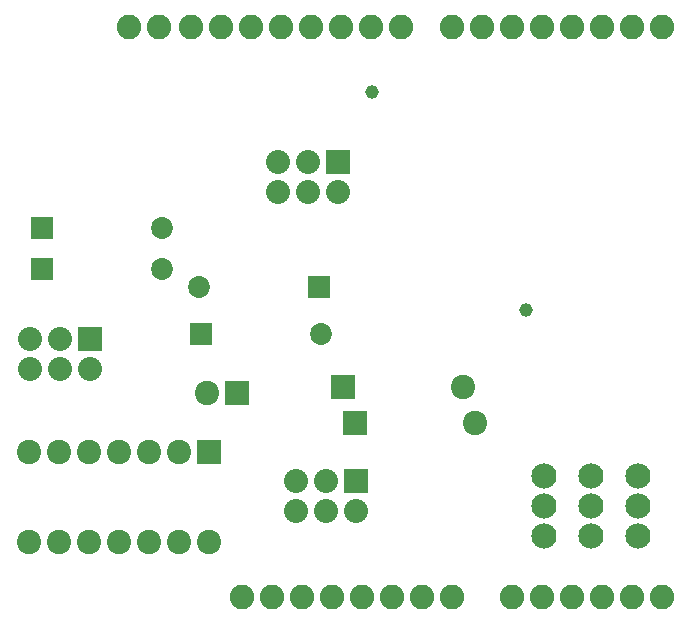
<source format=gts>
G04 MADE WITH FRITZING*
G04 WWW.FRITZING.ORG*
G04 DOUBLE SIDED*
G04 HOLES PLATED*
G04 CONTOUR ON CENTER OF CONTOUR VECTOR*
%ASAXBY*%
%FSLAX23Y23*%
%MOIN*%
%OFA0B0*%
%SFA1.0B1.0*%
%ADD10C,0.081833*%
%ADD11C,0.084000*%
%ADD12C,0.080000*%
%ADD13C,0.073000*%
%ADD14C,0.081000*%
%ADD15C,0.045370*%
%ADD16R,0.080000X0.080000*%
%ADD17R,0.073000X0.073000*%
%ADD18R,0.081000X0.081000*%
%LNMASK1*%
G90*
G70*
G54D10*
X715Y1986D03*
X815Y1986D03*
X922Y1986D03*
X1022Y1986D03*
X1122Y1986D03*
X1222Y1986D03*
X1322Y1986D03*
X1422Y1986D03*
X1522Y1986D03*
X1622Y1986D03*
X1792Y1986D03*
X1892Y1986D03*
X1992Y1986D03*
X2092Y1986D03*
X2192Y1986D03*
X2292Y1986D03*
X2392Y1986D03*
X2492Y1986D03*
X1092Y86D03*
X1192Y86D03*
X1292Y86D03*
X1392Y86D03*
X1492Y86D03*
X1592Y86D03*
X1692Y86D03*
X1792Y86D03*
X1992Y86D03*
X2092Y86D03*
X2192Y86D03*
X2292Y86D03*
X2392Y86D03*
X2492Y86D03*
G54D11*
X2413Y490D03*
X2413Y390D03*
X2413Y290D03*
X2098Y490D03*
X2098Y390D03*
X2098Y290D03*
G54D12*
X586Y844D03*
X486Y844D03*
X386Y844D03*
X586Y944D03*
X486Y944D03*
X386Y944D03*
X1412Y1435D03*
X1312Y1435D03*
X1212Y1435D03*
X1412Y1535D03*
X1312Y1535D03*
X1212Y1535D03*
X1471Y372D03*
X1371Y372D03*
X1271Y372D03*
X1471Y472D03*
X1371Y472D03*
X1271Y472D03*
G54D13*
X957Y962D03*
X1357Y962D03*
X425Y1317D03*
X825Y1317D03*
X425Y1179D03*
X825Y1179D03*
X1350Y1120D03*
X950Y1120D03*
G54D14*
X1075Y766D03*
X975Y766D03*
X981Y569D03*
X981Y269D03*
X881Y569D03*
X881Y269D03*
X781Y569D03*
X781Y269D03*
X681Y569D03*
X681Y269D03*
X581Y569D03*
X581Y269D03*
X481Y569D03*
X481Y269D03*
X381Y569D03*
X381Y269D03*
G54D15*
X1527Y1770D03*
G54D11*
X2256Y490D03*
X2256Y390D03*
X2256Y290D03*
G54D15*
X2039Y1041D03*
G54D14*
X1429Y785D03*
X1829Y785D03*
X1468Y667D03*
X1868Y667D03*
G54D16*
X586Y944D03*
X1412Y1535D03*
X1471Y472D03*
G54D17*
X957Y962D03*
X425Y1317D03*
X425Y1179D03*
X1350Y1120D03*
G54D18*
X1075Y766D03*
X981Y569D03*
X1429Y785D03*
X1468Y667D03*
G04 End of Mask1*
M02*
</source>
